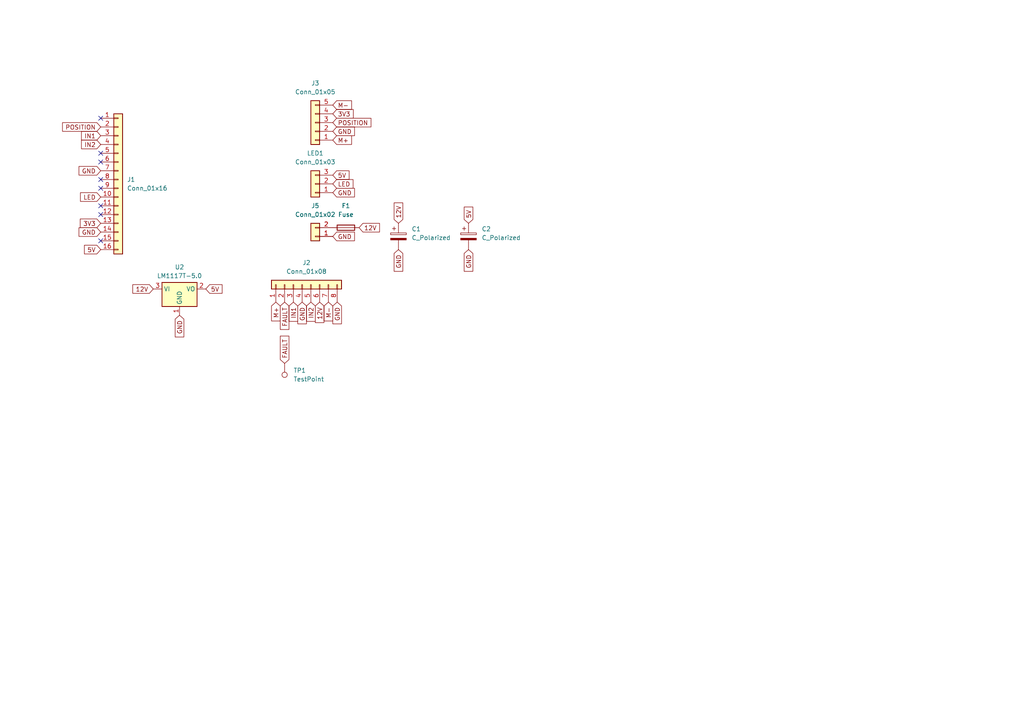
<source format=kicad_sch>
(kicad_sch (version 20231120) (generator "eeschema") (generator_version "8.0")
  (paper "A4")
  (lib_symbols
    (symbol "Connector:TestPoint" (pin_numbers hide) (pin_names (offset 0.762) hide)
      (property "Reference" "TP" (at 0 6.858 0))
      (property "Value" "TestPoint" (at 0 5.08 0))
      (symbol "TestPoint_0_1"
        (circle (center 0 3.302) (radius 0.762))
      )
      (symbol "TestPoint_1_1"
        (pin passive line (at 0 0 90) (length 2.54) (name "1") (number "1"))
      )
    )
    (symbol "Connector_Generic:Conn_01x02" (pin_names (offset 1.016) hide)
      (property "Reference" "J" (at 0 2.54 0))
      (property "Value" "Conn_01x02" (at 0 -5.08 0))
      (symbol "Conn_01x02_1_1"
        (rectangle (start -1.27 -2.413) (end 0 -2.667) (stroke (width 0.1524)))
        (rectangle (start -1.27 0.127) (end 0 -0.127) (stroke (width 0.1524)))
        (rectangle (start -1.27 1.27) (end 1.27 -3.81) (stroke (width 0.254)) (fill (type background)))
        (pin passive line (at -5.08 0 0) (length 3.81) (name "Pin_1") (number "1"))
        (pin passive line (at -5.08 -2.54 0) (length 3.81) (name "Pin_2") (number "2"))
      )
    )
    (symbol "Connector_Generic:Conn_01x03" (pin_names (offset 1.016) hide)
      (property "Reference" "J" (at 0 5.08 0))
      (property "Value" "Conn_01x03" (at 0 -5.08 0))
      (symbol "Conn_01x03_1_1"
        (rectangle (start -1.27 -2.413) (end 0 -2.667) (stroke (width 0.1524)))
        (rectangle (start -1.27 0.127) (end 0 -0.127) (stroke (width 0.1524)))
        (rectangle (start -1.27 2.667) (end 0 2.413) (stroke (width 0.1524)))
        (rectangle (start -1.27 3.81) (end 1.27 -3.81) (stroke (width 0.254)) (fill (type background)))
        (pin passive line (at -5.08 2.54 0) (length 3.81) (name "Pin_1") (number "1"))
        (pin passive line (at -5.08 0 0) (length 3.81) (name "Pin_2") (number "2"))
        (pin passive line (at -5.08 -2.54 0) (length 3.81) (name "Pin_3") (number "3"))
      )
    )
    (symbol "Connector_Generic:Conn_01x05" (pin_names (offset 1.016) hide)
      (property "Reference" "J" (at 0 7.62 0))
      (property "Value" "Conn_01x05" (at 0 -7.62 0))
      (symbol "Conn_01x05_1_1"
        (rectangle (start -1.27 -4.953) (end 0 -5.207) (stroke (width 0.1524)))
        (rectangle (start -1.27 -2.413) (end 0 -2.667) (stroke (width 0.1524)))
        (rectangle (start -1.27 0.127) (end 0 -0.127) (stroke (width 0.1524)))
        (rectangle (start -1.27 2.667) (end 0 2.413) (stroke (width 0.1524)))
        (rectangle (start -1.27 5.207) (end 0 4.953) (stroke (width 0.1524)))
        (rectangle (start -1.27 6.35) (end 1.27 -6.35) (stroke (width 0.254)) (fill (type background)))
        (pin passive line (at -5.08 5.08 0) (length 3.81) (name "Pin_1") (number "1"))
        (pin passive line (at -5.08 2.54 0) (length 3.81) (name "Pin_2") (number "2"))
        (pin passive line (at -5.08 0 0) (length 3.81) (name "Pin_3") (number "3"))
        (pin passive line (at -5.08 -2.54 0) (length 3.81) (name "Pin_4") (number "4"))
        (pin passive line (at -5.08 -5.08 0) (length 3.81) (name "Pin_5") (number "5"))
      )
    )
    (symbol "Connector_Generic:Conn_01x08" (pin_names (offset 1.016) hide)
      (property "Reference" "J" (at 0 10.16 0))
      (property "Value" "Conn_01x08" (at 0 -12.7 0))
      (symbol "Conn_01x08_1_1"
        (rectangle (start -1.27 -10.033) (end 0 -10.287) (stroke (width 0.1524)))
        (rectangle (start -1.27 -7.493) (end 0 -7.747) (stroke (width 0.1524)))
        (rectangle (start -1.27 -4.953) (end 0 -5.207) (stroke (width 0.1524)))
        (rectangle (start -1.27 -2.413) (end 0 -2.667) (stroke (width 0.1524)))
        (rectangle (start -1.27 0.127) (end 0 -0.127) (stroke (width 0.1524)))
        (rectangle (start -1.27 2.667) (end 0 2.413) (stroke (width 0.1524)))
        (rectangle (start -1.27 5.207) (end 0 4.953) (stroke (width 0.1524)))
        (rectangle (start -1.27 7.747) (end 0 7.493) (stroke (width 0.1524)))
        (rectangle (start -1.27 8.89) (end 1.27 -11.43) (stroke (width 0.254)) (fill (type background)))
        (pin passive line (at -5.08 7.62 0) (length 3.81) (name "Pin_1") (number "1"))
        (pin passive line (at -5.08 5.08 0) (length 3.81) (name "Pin_2") (number "2"))
        (pin passive line (at -5.08 2.54 0) (length 3.81) (name "Pin_3") (number "3"))
        (pin passive line (at -5.08 0 0) (length 3.81) (name "Pin_4") (number "4"))
        (pin passive line (at -5.08 -2.54 0) (length 3.81) (name "Pin_5") (number "5"))
        (pin passive line (at -5.08 -5.08 0) (length 3.81) (name "Pin_6") (number "6"))
        (pin passive line (at -5.08 -7.62 0) (length 3.81) (name "Pin_7") (number "7"))
        (pin passive line (at -5.08 -10.16 0) (length 3.81) (name "Pin_8") (number "8"))
      )
    )
    (symbol "Connector_Generic:Conn_01x16" (pin_names (offset 1.016) hide)
      (property "Reference" "J" (at 0 20.32 0))
      (property "Value" "Conn_01x16" (at 0 -22.86 0))
      (symbol "Conn_01x16_1_1"
        (rectangle (start -1.27 -20.193) (end 0 -20.447) (stroke (width 0.1524)))
        (rectangle (start -1.27 -17.653) (end 0 -17.907) (stroke (width 0.1524)))
        (rectangle (start -1.27 -15.113) (end 0 -15.367) (stroke (width 0.1524)))
        (rectangle (start -1.27 -12.573) (end 0 -12.827) (stroke (width 0.1524)))
        (rectangle (start -1.27 -10.033) (end 0 -10.287) (stroke (width 0.1524)))
        (rectangle (start -1.27 -7.493) (end 0 -7.747) (stroke (width 0.1524)))
        (rectangle (start -1.27 -4.953) (end 0 -5.207) (stroke (width 0.1524)))
        (rectangle (start -1.27 -2.413) (end 0 -2.667) (stroke (width 0.1524)))
        (rectangle (start -1.27 0.127) (end 0 -0.127) (stroke (width 0.1524)))
        (rectangle (start -1.27 2.667) (end 0 2.413) (stroke (width 0.1524)))
        (rectangle (start -1.27 5.207) (end 0 4.953) (stroke (width 0.1524)))
        (rectangle (start -1.27 7.747) (end 0 7.493) (stroke (width 0.1524)))
        (rectangle (start -1.27 10.287) (end 0 10.033) (stroke (width 0.1524)))
        (rectangle (start -1.27 12.827) (end 0 12.573) (stroke (width 0.1524)))
        (rectangle (start -1.27 15.367) (end 0 15.113) (stroke (width 0.1524)))
        (rectangle (start -1.27 17.907) (end 0 17.653) (stroke (width 0.1524)))
        (rectangle (start -1.27 19.05) (end 1.27 -21.59) (stroke (width 0.254)) (fill (type background)))
        (pin passive line (at -5.08 17.78 0) (length 3.81) (name "Pin_1") (number "1"))
        (pin passive line (at -5.08 -5.08 0) (length 3.81) (name "Pin_10") (number "10"))
        (pin passive line (at -5.08 -7.62 0) (length 3.81) (name "Pin_11") (number "11"))
        (pin passive line (at -5.08 -10.16 0) (length 3.81) (name "Pin_12") (number "12"))
        (pin passive line (at -5.08 -12.7 0) (length 3.81) (name "Pin_13") (number "13"))
        (pin passive line (at -5.08 -15.24 0) (length 3.81) (name "Pin_14") (number "14"))
        (pin passive line (at -5.08 -17.78 0) (length 3.81) (name "Pin_15") (number "15"))
        (pin passive line (at -5.08 -20.32 0) (length 3.81) (name "Pin_16") (number "16"))
        (pin passive line (at -5.08 15.24 0) (length 3.81) (name "Pin_2") (number "2"))
        (pin passive line (at -5.08 12.7 0) (length 3.81) (name "Pin_3") (number "3"))
        (pin passive line (at -5.08 10.16 0) (length 3.81) (name "Pin_4") (number "4"))
        (pin passive line (at -5.08 7.62 0) (length 3.81) (name "Pin_5") (number "5"))
        (pin passive line (at -5.08 5.08 0) (length 3.81) (name "Pin_6") (number "6"))
        (pin passive line (at -5.08 2.54 0) (length 3.81) (name "Pin_7") (number "7"))
        (pin passive line (at -5.08 0 0) (length 3.81) (name "Pin_8") (number "8"))
        (pin passive line (at -5.08 -2.54 0) (length 3.81) (name "Pin_9") (number "9"))
      )
    )
    (symbol "Device:C_Polarized" (pin_numbers hide) (pin_names (offset 0.254))
      (property "Reference" "C" (at 0.635 2.54 0))
      (property "Value" "C_Polarized" (at 0.635 -2.54 0))
      (symbol "C_Polarized_0_1"
        (rectangle (start -2.286 0.508) (end 2.286 1.016))
        (polyline (pts (xy -1.778 2.286) (xy -0.762 2.286)))
        (polyline (pts (xy -1.27 2.794) (xy -1.27 1.778)))
        (rectangle (start 2.286 -0.508) (end -2.286 -1.016) (fill (type outline)))
      )
      (symbol "C_Polarized_1_1"
        (pin passive line (at 0 3.81 270) (length 2.794) (name "~") (number "1"))
        (pin passive line (at 0 -3.81 90) (length 2.794) (name "~") (number "2"))
      )
    )
    (symbol "Device:Fuse" (pin_numbers hide) (pin_names (offset 0))
      (property "Reference" "F" (at 2.032 0 90))
      (property "Value" "Fuse" (at -1.905 0 90))
      (symbol "Fuse_0_1"
        (rectangle (start -0.762 -2.54) (end 0.762 2.54) (stroke (width 0.254)))
        (polyline (pts (xy 0 2.54) (xy 0 -2.54)))
      )
      (symbol "Fuse_1_1"
        (pin passive line (at 0 3.81 270) (length 1.27) (name "~") (number "1"))
        (pin passive line (at 0 -3.81 90) (length 1.27) (name "~") (number "2"))
      )
    )
    (symbol "Regulator_Linear:LM1117T-5.0"
      (property "Reference" "U" (at -3.81 3.175 0))
      (property "Value" "LM1117T-5.0" (at 0 3.175 0))
      (symbol "LM1117T-5.0_0_1"
        (rectangle (start -5.08 -5.08) (end 5.08 1.905) (stroke (width 0.254)) (fill (type background)))
      )
      (symbol "LM1117T-5.0_1_1"
        (pin power_in line (at 0 -7.62 90) (length 2.54) (name "GND") (number "1"))
        (pin power_out line (at 7.62 0 180) (length 2.54) (name "VO") (number "2"))
        (pin power_in line (at -7.62 0 0) (length 2.54) (name "VI") (number "3"))
      )
    )
  )
  (no_connect (at 29.21 52.07))
  (no_connect (at 29.21 46.99))
  (no_connect (at 29.21 62.23))
  (no_connect (at 29.21 44.45))
  (no_connect (at 29.21 69.85))
  (no_connect (at 29.21 34.29))
  (no_connect (at 29.21 59.69))
  (no_connect (at 29.21 54.61))
  (global_label "GND" (shape input) (at 135.89 72.39 270) (property "Intersheetrefs" "${INTERSHEET_REFS}" (effects (hide yes))))
  (global_label "POSITION" (shape input) (at 29.21 36.83 180) (property "Intersheetrefs" "${INTERSHEET_REFS}" (effects (hide yes))))
  (global_label "12V" (shape input) (at 115.57 64.77 90) (property "Intersheetrefs" "${INTERSHEET_REFS}" (effects (hide yes))))
  (global_label "IN2" (shape input) (at 29.21 41.91 180) (property "Intersheetrefs" "${INTERSHEET_REFS}" (effects (hide yes))))
  (global_label "5V" (shape input) (at 135.89 64.77 90) (property "Intersheetrefs" "${INTERSHEET_REFS}" (effects (hide yes))))
  (global_label "5V" (shape input) (at 59.69 83.82 0) (property "Intersheetrefs" "${INTERSHEET_REFS}" (effects (hide yes))))
  (global_label "5V" (shape input) (at 29.21 72.39 180) (property "Intersheetrefs" "${INTERSHEET_REFS}" (effects (hide yes))))
  (global_label "GND" (shape input) (at 115.57 72.39 270) (property "Intersheetrefs" "${INTERSHEET_REFS}" (effects (hide yes))))
  (global_label "POSITION" (shape input) (at 96.52 35.56 0) (property "Intersheetrefs" "${INTERSHEET_REFS}" (effects (hide yes))))
  (global_label "12V" (shape input) (at 92.71 87.63 270) (property "Intersheetrefs" "${INTERSHEET_REFS}" (effects (hide yes))))
  (global_label "3V3" (shape input) (at 96.52 33.02 0) (property "Intersheetrefs" "${INTERSHEET_REFS}" (effects (hide yes))))
  (global_label "M-" (shape input) (at 95.25 87.63 270) (property "Intersheetrefs" "${INTERSHEET_REFS}" (effects (hide yes))))
  (global_label "LED" (shape input) (at 29.21 57.15 180) (property "Intersheetrefs" "${INTERSHEET_REFS}" (effects (hide yes))))
  (global_label "GND" (shape input) (at 87.63 87.63 270) (property "Intersheetrefs" "${INTERSHEET_REFS}" (effects (hide yes))))
  (global_label "5V" (shape input) (at 96.52 50.8 0) (property "Intersheetrefs" "${INTERSHEET_REFS}" (effects (hide yes))))
  (global_label "GND" (shape input) (at 96.52 68.58 0) (property "Intersheetrefs" "${INTERSHEET_REFS}" (effects (hide yes))))
  (global_label "GND" (shape input) (at 97.79 87.63 270) (property "Intersheetrefs" "${INTERSHEET_REFS}" (effects (hide yes))))
  (global_label "IN1" (shape input) (at 85.09 87.63 270) (property "Intersheetrefs" "${INTERSHEET_REFS}" (effects (hide yes))))
  (global_label "M+" (shape input) (at 80.01 87.63 270) (property "Intersheetrefs" "${INTERSHEET_REFS}" (effects (hide yes))))
  (global_label "GND" (shape input) (at 96.52 55.88 0) (property "Intersheetrefs" "${INTERSHEET_REFS}" (effects (hide yes))))
  (global_label "GND" (shape input) (at 29.21 67.31 180) (property "Intersheetrefs" "${INTERSHEET_REFS}" (effects (hide yes))))
  (global_label "IN1" (shape input) (at 29.21 39.37 180) (property "Intersheetrefs" "${INTERSHEET_REFS}" (effects (hide yes))))
  (global_label "3V3" (shape input) (at 29.21 64.77 180) (property "Intersheetrefs" "${INTERSHEET_REFS}" (effects (hide yes))))
  (global_label "M+" (shape input) (at 96.52 40.64 0) (property "Intersheetrefs" "${INTERSHEET_REFS}" (effects (hide yes))))
  (global_label "GND" (shape input) (at 29.21 49.53 180) (property "Intersheetrefs" "${INTERSHEET_REFS}" (effects (hide yes))))
  (global_label "LED" (shape input) (at 96.52 53.34 0) (property "Intersheetrefs" "${INTERSHEET_REFS}" (effects (hide yes))))
  (global_label "GND" (shape input) (at 52.07 91.44 270) (property "Intersheetrefs" "${INTERSHEET_REFS}" (effects (hide yes))))
  (global_label "12V" (shape input) (at 104.14 66.04 0) (property "Intersheetrefs" "${INTERSHEET_REFS}" (effects (hide yes))))
  (global_label "FAULT" (shape input) (at 82.55 87.63 270) (property "Intersheetrefs" "${INTERSHEET_REFS}" (effects (hide yes))))
  (global_label "12V" (shape input) (at 44.45 83.82 180) (property "Intersheetrefs" "${INTERSHEET_REFS}" (effects (hide yes))))
  (global_label "IN2" (shape input) (at 90.17 87.63 270) (property "Intersheetrefs" "${INTERSHEET_REFS}" (effects (hide yes))))
  (global_label "M-" (shape input) (at 96.52 30.48 0) (property "Intersheetrefs" "${INTERSHEET_REFS}" (effects (hide yes))))
  (global_label "FAULT" (shape input) (at 82.55 105.41 90) (property "Intersheetrefs" "${INTERSHEET_REFS}" (effects (hide yes))))
  (global_label "GND" (shape input) (at 96.52 38.1 0) (property "Intersheetrefs" "${INTERSHEET_REFS}" (effects (hide yes))))
  (symbol (lib_id "Connector_Generic:Conn_01x08") (at 87.63 82.55 90) (unit 1)
    (property "Reference" "J2" (at 88.9 76.2 90))
    (property "Value" "Conn_01x08" (at 88.9 78.74 90))
    (property "Footprint" "tle5205:DPAK127P1500X440-8N" (effects (hide yes)))
    (property "Description" "Generic connector, single row, 01x08, script generated (kicad-library-utils/schlib/autogen/connector/)" (effects (hide yes)))
  )
  (symbol (lib_id "Device:C_Polarized") (at 135.89 68.58 0) (unit 1)
    (property "Reference" "C2" (at 139.7 66.4209 0) (effects (justify left)))
    (property "Value" "C_Polarized" (at 139.7 68.9609 0) (effects (justify left)))
    (property "Footprint" "Capacitor_THT:CP_Radial_D10.0mm_P7.50mm" (effects (hide yes)))
    (property "Description" "Polarized capacitor" (effects (hide yes)))
  )
  (symbol (lib_id "Connector_Generic:Conn_01x05") (at 91.44 35.56 180) (unit 1)
    (property "Reference" "J3" (at 91.44 24.13 0))
    (property "Value" "Conn_01x05" (at 91.44 26.67 0))
    (property "Footprint" "TerminalBlock_Phoenix:TerminalBlock_Phoenix_MKDS-1,5-5_1x05_P5.00mm_Horizontal" (effects (hide yes)))
    (property "Description" "Generic connector, single row, 01x05, script generated (kicad-library-utils/schlib/autogen/connector/)" (effects (hide yes)))
  )
  (symbol (lib_id "Connector_Generic:Conn_01x03") (at 91.44 53.34 180) (unit 1)
    (property "Reference" "LED1" (at 91.44 44.45 0))
    (property "Value" "Conn_01x03" (at 91.44 46.99 0))
    (property "Footprint" "Connector_PinHeader_2.54mm:PinHeader_1x03_P2.54mm_Vertical" (effects (hide yes)))
    (property "Description" "Generic connector, single row, 01x03, script generated (kicad-library-utils/schlib/autogen/connector/)" (effects (hide yes)))
  )
  (symbol (lib_id "Regulator_Linear:LM1117T-5.0") (at 52.07 83.82 0) (unit 1)
    (property "Reference" "U2" (at 52.07 77.47 0))
    (property "Value" "LM1117T-5.0" (at 52.07 80.01 0))
    (property "Footprint" "Package_TO_SOT_THT:TO-220-3_Vertical" (effects (hide yes)))
    (property "Datasheet" "http://www.ti.com/lit/ds/symlink/lm1117.pdf" (effects (hide yes)))
    (property "Description" "800mA Low-Dropout Linear Regulator, 5.0V fixed output, TO-220" (effects (hide yes)))
  )
  (symbol (lib_id "Connector_Generic:Conn_01x02") (at 91.44 68.58 180) (unit 1)
    (property "Reference" "J5" (at 91.44 59.69 0))
    (property "Value" "Conn_01x02" (at 91.44 62.23 0))
    (property "Footprint" "TerminalBlock_Phoenix:TerminalBlock_Phoenix_MKDS-1,5-2_1x02_P5.00mm_Horizontal" (effects (hide yes)))
    (property "Description" "Generic connector, single row, 01x02, script generated (kicad-library-utils/schlib/autogen/connector/)" (effects (hide yes)))
  )
  (symbol (lib_id "Connector_Generic:Conn_01x16") (at 34.29 52.07 0) (unit 1)
    (property "Reference" "J1" (at 36.83 52.0699 0) (effects (justify left)))
    (property "Value" "Conn_01x16" (at 36.83 54.6099 0) (effects (justify left)))
    (property "Footprint" "Connector_PinHeader_2.54mm:PinHeader_1x16_P2.54mm_Vertical" (effects (hide yes)))
    (property "Description" "Generic connector, single row, 01x16, script generated (kicad-library-utils/schlib/autogen/connector/)" (effects (hide yes)))
  )
  (symbol (lib_id "Connector:TestPoint") (at 82.55 105.41 180) (unit 1)
    (property "Reference" "TP1" (at 85.09 107.4419 0) (effects (justify right)))
    (property "Value" "TestPoint" (at 85.09 109.9819 0) (effects (justify right)))
    (property "Footprint" "TestPoint:TestPoint_Pad_2.5x2.5mm" (effects (hide yes)))
    (property "Description" "test point" (effects (hide yes)))
  )
  (symbol (lib_id "Device:C_Polarized") (at 115.57 68.58 0) (unit 1)
    (property "Reference" "C1" (at 119.38 66.4209 0) (effects (justify left)))
    (property "Value" "C_Polarized" (at 119.38 68.9609 0) (effects (justify left)))
    (property "Footprint" "Capacitor_THT:CP_Radial_D10.0mm_P7.50mm" (effects (hide yes)))
    (property "Description" "Polarized capacitor" (effects (hide yes)))
  )
  (symbol (lib_id "Device:Fuse") (at 100.33 66.04 90) (unit 1)
    (property "Reference" "F1" (at 100.33 59.69 90))
    (property "Value" "Fuse" (at 100.33 62.23 90))
    (property "Footprint" "Fuse:Fuseholder_Clip-5x20mm_Keystone_3517_Inline_P23.11x6.76mm_D1.70mm_Horizontal" (effects (hide yes)))
    (property "Description" "Fuse" (effects (hide yes)))
  )
)
</source>
